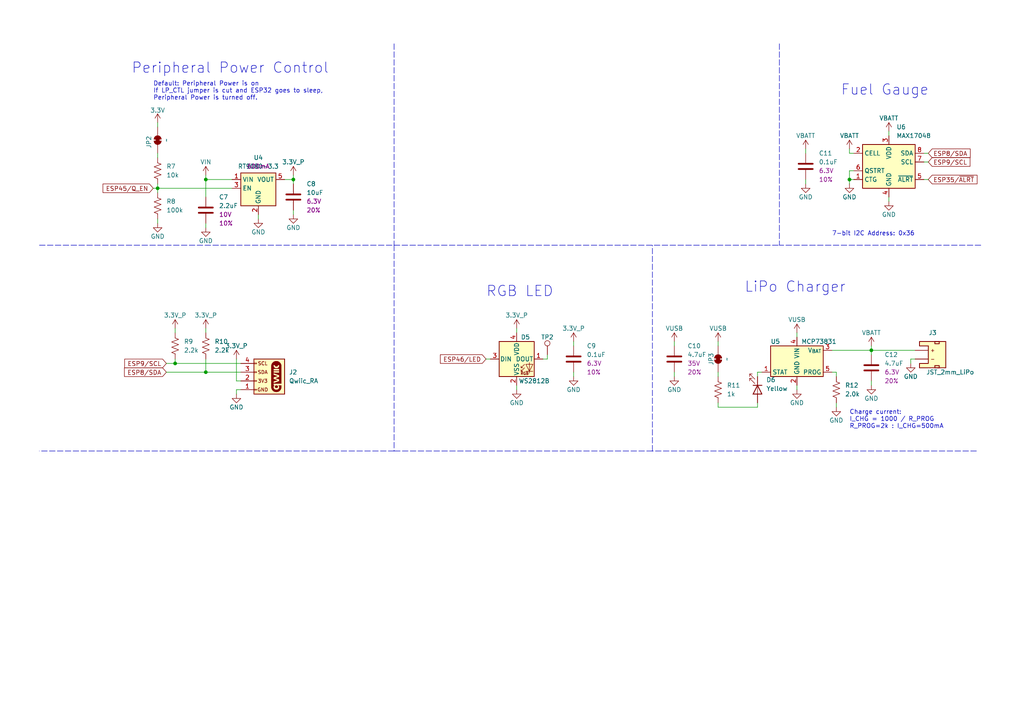
<source format=kicad_sch>
(kicad_sch (version 20250114) (generator "eeschema") (generator_version "9.0")
  (paper "A4")
  (lib_symbols
    (symbol "SparkFun-Capacitor:0.1uF_0402_6.3V_10%" (pin_numbers (hide yes)) (pin_names (offset 0.254))
      (property "Reference" "C" (at 0.635 2.54 0))
      (property "Value" "0.1uF" (at 0.635 -2.54 0))
      (property "Voltage" "6.3V" (at 0 -6.35 0))
      (property "Tolerance" "10%" (at 0 -8.89 0))
      (symbol "0.1uF_0402_6.3V_10%_0_1"
        (polyline (pts (xy -2.032 0.762) (xy 2.032 0.762)) (stroke (width 0.508)))
        (polyline (pts (xy -2.032 -0.762) (xy 2.032 -0.762)) (stroke (width 0.508)))
      )
      (symbol "0.1uF_0402_6.3V_10%_1_1"
        (pin passive line (at 0 3.81 270) (length 2.794) (name "~") (number "1"))
        (pin passive line (at 0 -3.81 90) (length 2.794) (name "~") (number "2"))
      )
    )
    (symbol "SparkFun-Capacitor:10uF_0402_6.3V_20%" (pin_numbers (hide yes)) (pin_names (offset 0.254))
      (property "Reference" "C" (at 0.635 2.54 0))
      (property "Value" "10uF" (at 0.635 -2.54 0))
      (property "Voltage" "6.3V" (at 0 -6.35 0))
      (property "Tolerance" "20%" (at 0 -8.89 0))
      (symbol "10uF_0402_6.3V_20%_0_1"
        (polyline (pts (xy -2.032 0.762) (xy 2.032 0.762)) (stroke (width 0.508)))
        (polyline (pts (xy -2.032 -0.762) (xy 2.032 -0.762)) (stroke (width 0.508)))
      )
      (symbol "10uF_0402_6.3V_20%_1_1"
        (pin passive line (at 0 3.81 270) (length 2.794) (name "~") (number "1"))
        (pin passive line (at 0 -3.81 90) (length 2.794) (name "~") (number "2"))
      )
    )
    (symbol "SparkFun-Capacitor:2.2uF_0402_10V_10%" (pin_numbers (hide yes)) (pin_names (offset 0.254))
      (property "Reference" "C" (at 0.635 2.54 0))
      (property "Value" "2.2uF" (at 0.635 -2.54 0))
      (property "Voltage" "10V" (at 0 -6.35 0))
      (property "Tolerance" "10%" (at 0 -8.89 0))
      (symbol "2.2uF_0402_10V_10%_0_1"
        (polyline (pts (xy -2.032 0.762) (xy 2.032 0.762)) (stroke (width 0.508)))
        (polyline (pts (xy -2.032 -0.762) (xy 2.032 -0.762)) (stroke (width 0.508)))
      )
      (symbol "2.2uF_0402_10V_10%_1_1"
        (pin passive line (at 0 3.81 270) (length 2.794) (name "~") (number "1"))
        (pin passive line (at 0 -3.81 90) (length 2.794) (name "~") (number "2"))
      )
    )
    (symbol "SparkFun-Capacitor:4.7uF_0402_6.3V_10%" (pin_numbers (hide yes)) (pin_names (offset 0.254))
      (property "Reference" "C" (at 0.635 2.54 0))
      (property "Value" "4.7uF" (at 0.635 -2.54 0))
      (property "Voltage" "6.3V" (at 0 -6.35 0))
      (property "Tolerance" "20%" (at 0 -8.89 0))
      (symbol "4.7uF_0402_6.3V_10%_0_1"
        (polyline (pts (xy -2.032 0.762) (xy 2.032 0.762)) (stroke (width 0.508)))
        (polyline (pts (xy -2.032 -0.762) (xy 2.032 -0.762)) (stroke (width 0.508)))
      )
      (symbol "4.7uF_0402_6.3V_10%_1_1"
        (pin passive line (at 0 3.81 270) (length 2.794) (name "~") (number "1"))
        (pin passive line (at 0 -3.81 90) (length 2.794) (name "~") (number "2"))
      )
    )
    (symbol "SparkFun-Capacitor:4.7uF_0603_35V_20%" (pin_numbers (hide yes)) (pin_names (offset 0.254))
      (property "Reference" "C" (at 0.635 2.54 0))
      (property "Value" "4.7uF" (at 0.635 -2.54 0))
      (property "Voltage" "35V" (at 0 -6.35 0))
      (property "Tolerance" "20%" (at 0 -8.89 0))
      (symbol "4.7uF_0603_35V_20%_0_1"
        (polyline (pts (xy -2.032 0.762) (xy 2.032 0.762)) (stroke (width 0.508)))
        (polyline (pts (xy -2.032 -0.762) (xy 2.032 -0.762)) (stroke (width 0.508)))
      )
      (symbol "4.7uF_0603_35V_20%_1_1"
        (pin passive line (at 0 3.81 270) (length 2.794) (name "~") (number "1"))
        (pin passive line (at 0 -3.81 90) (length 2.794) (name "~") (number "2"))
      )
    )
    (symbol "SparkFun-Connector:Conn_01x02_JST_2mm_LiPo" (pin_numbers (hide yes)) (pin_names (offset 1.016) (hide yes))
      (property "Reference" "J" (at 0 5.08 0))
      (property "Value" "JST_2mm_LiPo" (at 0 -8.89 0))
      (symbol "Conn_01x02_JST_2mm_LiPo_1_1"
        (polyline (pts (xy -1.27 1.27) (xy -3.81 1.27) (xy -3.81 2.54) (xy 3.81 2.54) (xy 3.81 -5.08) (xy -3.81 -5.08) (xy -3.81 -3.81) (xy -1.27 -3.81) (xy -1.27 1.27)) (stroke (width 0.254)) (fill (type background)))
        (rectangle (start 0.635 2.54) (end 1.905 1.905) (stroke (width 0.254)))
        (rectangle (start 0.635 -4.445) (end 1.905 -5.08) (stroke (width 0.254)))
        (text "+" (at 0 0 0) (effects (font (size 1 1))))
        (text "-" (at 0 -2.54 0) (effects (font (size 1 1))))
        (pin passive line (at -5.08 0 0) (length 3.81) (name "+") (number "2"))
        (pin passive line (at -5.08 -2.54 0) (length 3.81) (name "-") (number "1"))
        (pin no_connect line (at 1.27 -1.27 0) (length 2.54) (hide yes) (name "NC1") (number "NC1"))
        (pin no_connect line (at 1.27 -1.27 0) (length 2.54) (hide yes) (name "NC2") (number "NC2"))
      )
    )
    (symbol "SparkFun-Connector:Qwiic_Right_Angle" (pin_names (offset 1.016) (hide yes))
      (property "Reference" "J" (at 0 5.08 0))
      (property "Value" "Qwiic_RA" (at 0 -7.62 0))
      (symbol "Qwiic_Right_Angle_0_0"
        (polyline (pts (xy 5.6514 -4.1459) (xy 5.6299 -4.0654) (xy 5.5924 -3.9985) (xy 5.5373 -3.9428) (xy 5.4632 -3.8962) (xy 5.4394 -3.8843) (xy 5.402 -3.8678) (xy 5.3681 -3.8578) (xy 5.3294 -3.8521) (xy 5.2774 -3.8485) (xy 5.2184 -3.8474) (xy 5.1227 -3.8564) (xy 5.0405 -3.8803) (xy 4.9695 -3.9199) (xy 4.9078 -3.9759) (xy 4.8937 -3.9923) (xy 4.8535 -4.0549) (xy 4.8308 -4.124) (xy 4.8237 -4.2048) (xy 4.8239 -4.222) (xy 4.8343 -4.3011) (xy 4.8608 -4.3692) (xy 4.9051 -4.4308) (xy 4.9328 -4.4589) (xy 5.0009 -4.509) (xy 5.0793 -4.5424) (xy 5.1699 -4.5595) (xy 5.2745 -4.5612) (xy 5.3262 -4.5564) (xy 5.4199 -4.5347) (xy 5.4992 -4.4971) (xy 5.5638 -4.444) (xy 5.6131 -4.3757) (xy 5.6467 -4.2926) (xy 5.65 -4.2788) (xy 5.656 -4.2325) (xy 5.6563 -4.1875) (xy 5.6514 -4.1459)) (stroke (width 0.01)) (fill (type outline)))
        (polyline (pts (xy 6.6693 -0.6791) (xy 6.666 1.9332) (xy 6.6418 2.0386) (xy 6.6301 2.0866) (xy 6.5791 2.2527) (xy 6.5141 2.404) (xy 6.4337 2.5432) (xy 6.3364 2.673) (xy 6.2208 2.7959) (xy 6.1699 2.8428) (xy 6.0305 2.9527) (xy 5.8839 3.0422) (xy 5.7295 3.1115) (xy 5.5668 3.1608) (xy 5.3953 3.1902) (xy 5.2146 3.1999) (xy 5.1695 3.1994) (xy 5.0056 3.1868) (xy 4.8507 3.1568) (xy 4.7006 3.1083) (xy 4.5508 3.0404) (xy 4.5104 3.0187) (xy 4.3609 2.9237) (xy 4.2262 2.8129) (xy 4.1067 2.6872) (xy 4.0032 2.5475) (xy 3.9162 2.3947) (xy 3.8466 2.2295) (xy 3.7947 2.0528) (xy 3.7931 2.0453) (xy 3.7912 2.0356) (xy 3.7895 2.0242) (xy 3.7879 2.0106) (xy 3.7864 1.9938) (xy 3.785 1.9733) (xy 3.7837 1.9481) (xy 3.7825 1.9176) (xy 3.7815 1.8811) (xy 3.7805 1.8377) (xy 3.7796 1.7868) (xy 3.7789 1.7275) (xy 3.7781 1.6592) (xy 3.7775 1.5811) (xy 3.777 1.4925) (xy 3.7765 1.3925) (xy 3.7761 1.2805) (xy 3.7757 1.1557) (xy 3.7754 1.0174) (xy 3.7751 0.8648) (xy 3.7749 0.6972) (xy 3.7748 0.5138) (xy 3.7746 0.3139) (xy 3.7745 0.0967) (xy 3.7745 -0.1385) (xy 3.7744 -0.3925) (xy 3.7744 -0.666) (xy 3.7744 -0.9597) (xy 3.7744 -1.2744) (xy 3.7744 -4.5147) (xy 3.8041 -4.6318) (xy 3.8237 -4.7026) (xy 3.8837 -4.868) (xy 3.9606 -5.0206) (xy 4.0556 -5.1623) (xy 4.1695 -5.2947) (xy 4.2945 -5.4115) (xy 4.4355 -5.5159) (xy 4.5859 -5.6007) (xy 4.7459 -5.6661) (xy 4.916 -5.7122) (xy 5.0965 -5.7394) (xy 5.2571 -5.7442) (xy 5.4226 -5.7293) (xy 5.5891 -5.6949) (xy 5.7533 -5.6416) (xy 5.8236 -5.6121) (xy 5.9729 -5.5329) (xy 6.1112 -5.4365) (xy 6.237 -5.3244) (xy 6.3494 -5.1984) (xy 6.4469 -5.0601) (xy 6.5284 -4.9112) (xy 6.5926 -4.7532) (xy 6.6384 -4.5879) (xy 6.6645 -4.4168) (xy 6.6652 -4.405) (xy 6.6664 -4.3703) (xy 6.6676 -4.3199) (xy 6.6687 -4.2572) (xy 6.6696 -4.1859) (xy 6.6703 -4.1097) (xy 6.6721 -3.846) (xy 6.2655 -3.846) (xy 5.8589 -3.846) (xy 5.9219 -3.9104) (xy 5.9349 -3.9241) (xy 6.0001 -4.0112) (xy 6.0471 -4.1097) (xy 6.0754 -4.2189) (xy 6.085 -4.338) (xy 6.0781 -4.4509) (xy 6.0523 -4.5755) (xy 6.0066 -4.6941) (xy 5.952 -4.7864) (xy 5.8765 -4.8752) (xy 5.7858 -4.9517) (xy 5.6826 -5.0132) (xy 5.6313 -5.0372) (xy 5.5644 -5.0638) (xy 5.4981 -5.0834) (xy 5.4249 -5.0981) (xy 5.3375 -5.1098) (xy 5.2452 -5.1158) (xy 5.122 -5.1113) (xy 5.0004 -5.0938) (xy 4.8864 -5.0641) (xy 4.7856 -5.0232) (xy 4.6831 -4.9619) (xy 4.5878 -4.8817) (xy 4.5089 -4.7878) (xy 4.4472 -4.6811) (xy 4.4036 -4.5627) (xy 4.4031 -4.5611) (xy 4.3912 -4.4987) (xy 4.3845 -4.4244) (xy 4.3831 -4.3446) (xy 4.3869 -4.2661) (xy 4.3957 -4.1956) (xy 4.4094 -4.1396) (xy 4.4322 -4.082) (xy 4.485 -3.9879) (xy 4.5552 -3.9031) (xy 4.6109 -3.846) (xy 4.5052 -3.846) (xy 4.3996 -3.846) (xy 4.3996 -3.5687) (xy 4.3996 -3.2914) (xy 4.405 -3.2914) (xy 4.405 -3.2023) (xy 4.4021 -2.9296) (xy 4.4018 -2.8964) (xy 4.4015 -2.8076) (xy 4.4023 -2.7393) (xy 4.4041 -2.6908) (xy 4.407 -2.6611) (xy 4.4111 -2.6495) (xy 4.4137 -2.6484) (xy 4.434 -2.6418) (xy 4.4723 -2.6298) (xy 4.5268 -2.6132) (xy 4.5954 -2.5924) (xy 4.6761 -2.5683) (xy 4.767 -2.5412) (xy 4.866 -2.5118) (xy 4.9713 -2.4808) (xy 5.0173 -2.4672) (xy 5.119 -2.4369) (xy 5.2131 -2.4086) (xy 5.2977 -2.3828) (xy 5.3709 -2.3601) (xy 5.4307 -2.3411) (xy 5.4753 -2.3264) (xy 5.5029 -2.3166) (xy 5.5114 -2.3123) (xy 5.505 -2.3098) (xy 5.4796 -2.3016) (xy 5.4371 -2.2885) (xy 5.3794 -2.2711) (xy 5.3088 -2.2502) (xy 5.2275 -2.2264) (xy 5.1375 -2.2002) (xy 5.0411 -2.1724) (xy 4.9851 -2.1562) (xy 4.8864 -2.1278) (xy 4.7926 -2.1007) (xy 4.7062 -2.0757) (xy 4.63 -2.0536) (xy 4.5666 -2.0351) (xy 4.5187 -2.0211) (xy 4.4891 -2.0123) (xy 4.3992 -1.9852) (xy 4.4021 -1.7229) (xy 4.405 -1.4606) (xy 4.5844 -1.4084) (xy 4.6163 -1.3992) (xy 4.7739 -1.3533) (xy 4.9121 -1.3131) (xy 5.0321 -1.278) (xy 5.1352 -1.2478) (xy 5.2224 -1.2221) (xy 5.2951 -1.2004) (xy 5.3545 -1.1824) (xy 5.4018 -1.1676) (xy 5.4382 -1.1558) (xy 5.465 -1.1465) (xy 5.4834 -1.1392) (xy 5.4945 -1.1338) (xy 5.4997 -1.1296) (xy 5.5001 -1.1264) (xy 5.497 -1.1238) (xy 5.4915 -1.1214) (xy 5.4896 -1.1207) (xy 5.4687 -1.114) (xy 5.4296 -1.1019) (xy 5.3743 -1.0851) (xy 5.3049 -1.0643) (xy 5.2237 -1.04) (xy 5.1326 -1.013) (xy 5.0339 -0.9838) (xy 4.9297 -0.9531) (xy 4.3996 -0.7973) (xy 4.3996 -0.533) (xy 4.3997 -0.479) (xy 4.4004 -0.4111) (xy 4.4015 -0.3532) (xy 4.4029 -0.3082) (xy 4.4047 -0.279) (xy 4.4066 -0.2687) (xy 4.409 -0.2694) (xy 4.4284 -0.2761) (xy 4.4661 -0.2895) (xy 4.5204 -0.309) (xy 4.5899 -0.3341) (xy 4.6729 -0.3642) (xy 4.7681 -0.3988) (xy 4.8737 -0.4372) (xy 4.9883 -0.479) (xy 5.1104 -0.5236) (xy 5.2384 -0.5703) (xy 6.0632 -0.872) (xy 6.0632 -0.1926) (xy 5.2314 -0.1926) (xy 4.3996 -0.1926) (xy 4.3996 0.0793) (xy 4.3996 0.3511) (xy 5.2314 0.3511) (xy 6.0632 0.3511) (xy 6.0632 0.4598) (xy 5.2314 0.4598) (xy 4.3996 0.4598) (xy 4.3996 0.7317) (xy 4.3996 1.0035) (xy 5.2314 1.0035) (xy 5.2368 1.0035) (xy 5.2368 1.1177) (xy 5.1465 1.1192) (xy 5.0667 1.1248) (xy 4.9975 1.1357) (xy 4.9332 1.1532) (xy 4.8683 1.1784) (xy 4.7971 1.2126) (xy 4.7662 1.2298) (xy 4.6808 1.2903) (xy 4.6008 1.3651) (xy 4.5314 1.4489) (xy 4.4781 1.5363) (xy 4.4686 1.5557) (xy 4.4306 1.6462) (xy 4.4052 1.7353) (xy 4.3905 1.8304) (xy 4.385 1.9386) (xy 4.3833 2.0745) (xy 4.6089 2.0775) (xy 4.8345 2.0804) (xy 4.8348 1.9959) (xy 4.8368 1.9483) (xy 4.8488 1.8858) (xy 4.8738 1.8316) (xy 4.9144 1.7788) (xy 4.9734 1.7289) (xy 5.0458 1.6921) (xy 5.1277 1.6689) (xy 5.215 1.6593) (xy 5.3038 1.6635) (xy 5.3902 1.6815) (xy 5.4702 1.7136) (xy 5.54 1.7597) (xy 5.5733 1.7923) (xy 5.6073 1.844) (xy 5.628 1.9066) (xy 5.6372 1.9843) (xy 5.6418 2.0804) (xy 5.8607 2.0775) (xy 6.0795 2.0745) (xy 6.0811 1.9712) (xy 6.0811 1.9207) (xy 6.0739 1.8134) (xy 6.0554 1.7157) (xy 6.024 1.6204) (xy 5.9781 1.5204) (xy 5.9341 1.4457) (xy 5.8571 1.3499) (xy 5.7651 1.2695) (xy 5.6591 1.2056) (xy 5.6251 1.1892) (xy 5.5646 1.1627) (xy 5.5097 1.1435) (xy 5.4549 1.1305) (xy 5.3948 1.1226) (xy 5.3239 1.1188) (xy 5.2368 1.1177) (xy 5.2368 1.0035) (xy 6.0632 1.0035) (xy 6.0632 0.7317) (xy 6.0632 0.4598) (xy 6.0632 0.3511) (xy 6.0632 0.0793) (xy 6.0632 -0.1926) (xy 6.0632 -0.872) (xy 6.0632 -1.1439) (xy 6.0632 -1.4158) (xy 5.552 -1.5728) (xy 5.5357 -1.5778) (xy 5.4361 -1.6086) (xy 5.3436 -1.6376) (xy 5.2603 -1.6641) (xy 5.1881 -1.6874) (xy 5.129 -1.707) (xy 5.0848 -1.7222) (xy 5.0575 -1.7324) (xy 5.0491 -1.7369) (xy 5.0493 -1.737) (xy 5.0624 -1.742) (xy 5.094 -1.7527) (xy 5.1423 -1.7684) (xy 5.2051 -1.7886) (xy 5.2803 -1.8124) (xy 5.3659 -1.8394) (xy 5.46 -1.8688) (xy 5.5603 -1.9) (xy 6.0632 -2.0559) (xy 6.063 -2.3284) (xy 6.0628 -2.601) (xy 5.2339 -2.9017) (xy 4.405 -3.2023) (xy 4.405 -3.2914) (xy 5.5361 -3.2914) (xy 6.6725 -3.2914) (xy 6.6693 -0.6791)) (stroke (width 0.01)) (fill (type outline)))
      )
      (symbol "Qwiic_Right_Angle_1_1"
        (rectangle (start -1.27 3.81) (end 7.62 -6.35) (stroke (width 0.254)) (fill (type background)))
        (rectangle (start -1.27 2.667) (end -0.508 2.413) (stroke (width 0.1524)))
        (rectangle (start -1.27 0.127) (end -0.508 -0.127) (stroke (width 0.1524)))
        (rectangle (start -1.27 -2.413) (end -0.508 -2.667) (stroke (width 0.1524)))
        (rectangle (start -1.27 -4.953) (end -0.508 -5.207) (stroke (width 0.1524)))
        (text "SCL" (at 1.27 2.54 0) (effects (font (size 1 1))))
        (text "SDA" (at 1.27 0 0) (effects (font (size 1 1))))
        (text "3V3" (at 1.27 -2.54 0) (effects (font (size 1 1))))
        (text "GND" (at 1.27 -5.08 0) (effects (font (size 1 1))))
        (pin passive line (at -5.08 2.54 0) (length 3.81) (name "Pin_4") (number "4"))
        (pin passive line (at -5.08 0 0) (length 3.81) (name "Pin_3") (number "3"))
        (pin passive line (at -5.08 -2.54 0) (length 3.81) (name "Pin_2") (number "2"))
        (pin passive line (at -5.08 -5.08 0) (length 3.81) (name "Pin_1") (number "1"))
        (pin no_connect line (at 5.08 3.81 270) (length 2.54) (hide yes) (name "NC") (number "NC1"))
        (pin no_connect line (at 6.35 3.81 270) (length 2.54) (hide yes) (name "NC") (number "NC2"))
      )
    )
    (symbol "SparkFun-Connector:TestPoint_1.0mm" (pin_numbers (hide yes)) (pin_names (offset 0.762) (hide yes))
      (property "Reference" "TP" (at 0 5.08 0))
      (symbol "TestPoint_1.0mm_0_1"
        (circle (center 0 3.302) (radius 0.762))
      )
      (symbol "TestPoint_1.0mm_1_1"
        (pin passive line (at 0 0 90) (length 2.54) (name "1") (number "1"))
      )
    )
    (symbol "SparkFun-IC-Power:MAX17048"
      (property "Reference" "U" (at -6.35 7.62 0))
      (property "Value" "MAX17048" (at 2.54 7.62 0))
      (symbol "MAX17048_0_1"
        (rectangle (start -7.62 6.35) (end 7.62 -6.35) (stroke (width 0.254)) (fill (type background)))
      )
      (symbol "MAX17048_1_1"
        (pin power_in line (at -10.16 3.81 0) (length 2.54) (name "CELL") (number "2"))
        (pin input line (at -10.16 -1.27 0) (length 2.54) (name "QSTRT") (number "6"))
        (pin input line (at -10.16 -3.81 0) (length 2.54) (name "CTG") (number "1"))
        (pin power_in line (at 0 8.89 270) (length 2.54) (name "VDD") (number "3"))
        (pin power_in line (at 0 -8.89 90) (length 2.54) (name "GND") (number "4"))
        (pin power_in line (at 0 -8.89 90) (length 2.54) (hide yes) (name "GND") (number "9"))
        (pin bidirectional line (at 10.16 3.81 180) (length 2.54) (name "SDA") (number "8"))
        (pin bidirectional line (at 10.16 1.27 180) (length 2.54) (name "SCL") (number "7"))
        (pin output line (at 10.16 -3.81 180) (length 2.54) (name "~{ALRT}") (number "5"))
      )
    )
    (symbol "SparkFun-IC-Power:MCP73831"
      (property "Reference" "U" (at -7.62 6.35 0))
      (property "Value" "MCP73831" (at 1.27 6.35 0))
      (symbol "MCP73831_0_1"
        (rectangle (start -7.62 5.08) (end 7.62 -3.81) (stroke (width 0.254)) (fill (type background)))
      )
      (symbol "MCP73831_1_1"
        (pin output line (at -10.16 -2.54 0) (length 2.54) (name "STAT") (number "1"))
        (pin power_in line (at 0 7.62 270) (length 2.54) (name "VIN") (number "4"))
        (pin power_in line (at 0 -6.35 90) (length 2.54) (name "GND") (number "2"))
        (pin power_out line (at 10.16 3.81 180) (length 2.54) (name "V_{BAT}") (number "3"))
        (pin input line (at 10.16 -2.54 180) (length 2.54) (name "PROG") (number "5"))
      )
    )
    (symbol "SparkFun-Jumper:SolderJumper_2_Bridged" (pin_numbers (hide yes)) (pin_names (offset 0) (hide yes))
      (property "Reference" "JP" (at 0 2.032 0))
      (property "Value" "~" (at 0 -2.54 0))
      (symbol "SolderJumper_2_Bridged_0_1"
        (rectangle (start -0.508 0.508) (end 0.508 -0.508) (fill (type outline)))
        (polyline (pts (xy -0.254 1.016) (xy -0.254 -1.016)))
        (arc (start -0.254 -1.016) (mid -1.2656 0) (end -0.254 1.016))
        (arc (start -0.254 -1.016) (mid -1.2656 0) (end -0.254 1.016) (fill (type outline)))
        (arc (start 0.254 1.016) (mid 1.2656 0) (end 0.254 -1.016))
        (arc (start 0.254 1.016) (mid 1.2656 0) (end 0.254 -1.016) (fill (type outline)))
        (polyline (pts (xy 0.254 1.016) (xy 0.254 -1.016)))
      )
      (symbol "SolderJumper_2_Bridged_1_1"
        (pin passive line (at -3.81 0 0) (length 2.54) (name "A") (number "1"))
        (pin passive line (at 3.81 0 180) (length 2.54) (name "B") (number "2"))
      )
    )
    (symbol "SparkFun-LED:LED_Yellow_0603" (pin_numbers (hide yes)) (pin_names (offset 1.016) (hide yes))
      (property "Reference" "D" (at 0 2.54 0))
      (property "Value" "Yellow" (at 0 -2.54 0))
      (symbol "LED_Yellow_0603_0_1"
        (polyline (pts (xy -3.048 -0.762) (xy -4.572 -2.286) (xy -3.81 -2.286) (xy -4.572 -2.286) (xy -4.572 -1.524)))
        (polyline (pts (xy -1.778 -0.762) (xy -3.302 -2.286) (xy -2.54 -2.286) (xy -3.302 -2.286) (xy -3.302 -1.524)))
        (polyline (pts (xy -1.27 0) (xy 1.27 0)))
        (polyline (pts (xy -1.27 -1.27) (xy -1.27 1.27)) (stroke (width 0.254)))
        (polyline (pts (xy 1.27 -1.27) (xy 1.27 1.27) (xy -1.27 0) (xy 1.27 -1.27)) (stroke (width 0.254)))
      )
      (symbol "LED_Yellow_0603_1_1"
        (pin passive line (at -3.81 0 0) (length 2.54) (name "K") (number "1"))
        (pin passive line (at 3.81 0 180) (length 2.54) (name "A") (number "2"))
      )
    )
    (symbol "SparkFun-LED:WS2812B_2020" (pin_names (offset 0.254))
      (property "Reference" "D" (at -5.08 6.35 0))
      (property "Value" "WS2812B" (at 5.08 -6.35 0))
      (symbol "WS2812B_2020_0_0"
        (text "RGB" (at 2.286 -4.191 0) (effects (font (size 0.762 0.762))))
      )
      (symbol "WS2812B_2020_0_1"
        (polyline (pts (xy 1.27 -2.54) (xy 1.778 -2.54)))
        (polyline (pts (xy 1.27 -3.556) (xy 1.778 -3.556)))
        (polyline (pts (xy 2.286 -1.524) (xy 1.27 -2.54) (xy 1.27 -2.032)))
        (polyline (pts (xy 2.286 -2.54) (xy 1.27 -3.556) (xy 1.27 -3.048)))
        (polyline (pts (xy 3.683 -1.016) (xy 3.683 -3.556) (xy 3.683 -4.064)))
        (polyline (pts (xy 4.699 -1.524) (xy 2.667 -1.524) (xy 3.683 -3.556) (xy 4.699 -1.524)))
        (polyline (pts (xy 4.699 -3.556) (xy 2.667 -3.556)))
        (rectangle (start 5.08 5.08) (end -5.08 -5.08) (stroke (width 0.254)) (fill (type background)))
      )
      (symbol "WS2812B_2020_1_1"
        (pin input line (at -7.62 0 0) (length 2.54) (name "DIN") (number "3"))
        (pin power_in line (at 0 7.62 270) (length 2.54) (name "VDD") (number "4"))
        (pin power_in line (at 0 -7.62 90) (length 2.54) (name "VSS") (number "2"))
        (pin output line (at 7.62 0 180) (length 2.54) (name "DOUT") (number "1"))
      )
    )
    (symbol "SparkFun-PowerSymbol:3.3V" (power) (pin_names (offset 0))
      (property "Value" "3.3V" (at 0 3.81 0))
      (symbol "3.3V_0_1"
        (polyline (pts (xy -0.762 1.27) (xy 0 2.54)))
        (polyline (pts (xy 0 2.54) (xy 0.762 1.27)))
        (polyline (pts (xy 0 0) (xy 0 2.54)))
      )
      (symbol "3.3V_1_1"
        (pin power_in line (at 0 0 90) (length 0) (hide yes) (name "3.3V") (number "1"))
      )
    )
    (symbol "SparkFun-PowerSymbol:3.3V_P" (power) (pin_names (offset 0))
      (property "Value" "3.3V_P" (at 0 3.81 0))
      (symbol "3.3V_P_0_1"
        (polyline (pts (xy 0 2.54) (xy 0.762 1.27)))
        (polyline (pts (xy 0 0) (xy 0 2.54)))
      )
      (symbol "3.3V_P_1_1"
        (polyline (pts (xy -0.762 1.27) (xy 0 2.54)))
        (pin power_in line (at 0 0 90) (length 0) (hide yes) (name "3.3V_P") (number "1"))
      )
    )
    (symbol "SparkFun-PowerSymbol:GND" (power) (pin_names (offset 0))
      (property "Value" "GND" (at 0 -3.81 0))
      (symbol "GND_0_1"
        (polyline (pts (xy 0 0) (xy 0 -1.27) (xy 1.27 -1.27) (xy 0 -2.54) (xy -1.27 -1.27) (xy 0 -1.27)))
      )
      (symbol "GND_1_1"
        (pin power_in line (at 0 0 270) (length 0) (hide yes) (name "GND") (number "1"))
      )
    )
    (symbol "SparkFun-PowerSymbol:VBATT" (power) (pin_names (offset 0))
      (property "Value" "VBATT" (at 0 3.81 0))
      (symbol "VBATT_0_1"
        (polyline (pts (xy -0.762 1.27) (xy 0 2.54)))
        (polyline (pts (xy 0 2.54) (xy 0.762 1.27)))
        (polyline (pts (xy 0 0) (xy 0 2.54)))
      )
      (symbol "VBATT_1_1"
        (pin power_in line (at 0 0 90) (length 0) (hide yes) (name "VBATT") (number "1"))
      )
    )
    (symbol "SparkFun-PowerSymbol:VIN" (power) (pin_names (offset 0))
      (property "Value" "VIN" (at 0 3.81 0))
      (symbol "VIN_0_1"
        (polyline (pts (xy -0.762 1.27) (xy 0 2.54)))
        (polyline (pts (xy 0 2.54) (xy 0.762 1.27)))
        (polyline (pts (xy 0 0) (xy 0 2.54)))
      )
      (symbol "VIN_1_1"
        (pin power_in line (at 0 0 90) (length 0) (hide yes) (name "VIN") (number "1"))
      )
    )
    (symbol "SparkFun-PowerSymbol:VUSB" (power) (pin_names (offset 0))
      (property "Value" "VUSB" (at 0 3.81 0))
      (symbol "VUSB_0_1"
        (polyline (pts (xy -0.762 1.27) (xy 0 2.54)))
        (polyline (pts (xy 0 2.54) (xy 0.762 1.27)))
        (polyline (pts (xy 0 0) (xy 0 2.54)))
      )
      (symbol "VUSB_1_1"
        (pin power_in line (at 0 0 90) (length 0) (hide yes) (name "VUSB") (number "1"))
      )
    )
    (symbol "SparkFun-Regulator:RT9080-3.3"
      (property "Reference" "U3" (at 0 13.97 0))
      (property "Value" "RT9080-3.3" (at 0 11.43 0))
      (property "VMax" "5.5V" (at 0 8.89 0) (show_name))
      (property "IMax" "600mA" (at 0 6.35 0) (show_name))
      (symbol "RT9080-3.3_1_1"
        (rectangle (start -5.08 4.445) (end 5.08 -5.08) (stroke (width 0.254)) (fill (type background)))
        (pin power_in line (at -7.62 2.54 0) (length 2.54) (name "VIN") (number "1"))
        (pin input line (at -7.62 0 0) (length 2.54) (name "EN") (number "3"))
        (pin power_in line (at 0 -7.62 90) (length 2.54) (name "GND") (number "2"))
        (pin no_connect line (at 5.08 0 180) (length 2.54) (hide yes) (name "NC") (number "4"))
        (pin power_out line (at 7.62 2.54 180) (length 2.54) (name "VOUT") (number "5"))
      )
    )
    (symbol "SparkFun-Resistor:100k_0402" (pin_numbers (hide yes)) (pin_names (offset 0))
      (property "Reference" "R" (at 0 -2.54 0))
      (property "Value" "100k" (at 0 2.54 0))
      (symbol "100k_0402_0_1"
        (polyline (pts (xy -2.286 0) (xy -2.54 0)))
        (polyline (pts (xy -0.762 0) (xy -1.143 -1.016) (xy -1.524 0) (xy -1.905 1.016) (xy -2.286 0)))
        (polyline (pts (xy 0.762 0) (xy 0.381 -1.016) (xy 0 0) (xy -0.381 1.016) (xy -0.762 0)))
        (polyline (pts (xy 2.286 0) (xy 2.54 0)))
        (polyline (pts (xy 2.286 0) (xy 1.905 -1.016) (xy 1.524 0) (xy 1.143 1.016) (xy 0.762 0)))
      )
      (symbol "100k_0402_1_1"
        (pin passive line (at -3.81 0 0) (length 1.27) (name "~") (number "2"))
        (pin passive line (at 3.81 0 180) (length 1.27) (name "~") (number "1"))
      )
    )
    (symbol "SparkFun-Resistor:10k_0402" (pin_numbers (hide yes)) (pin_names (offset 0))
      (property "Reference" "R" (at 0 -2.54 0))
      (property "Value" "10k" (at 0 2.54 0))
      (symbol "10k_0402_0_1"
        (polyline (pts (xy -2.286 0) (xy -2.54 0)))
        (polyline (pts (xy -0.762 0) (xy -1.143 -1.016) (xy -1.524 0) (xy -1.905 1.016) (xy -2.286 0)))
        (polyline (pts (xy 0.762 0) (xy 0.381 -1.016) (xy 0 0) (xy -0.381 1.016) (xy -0.762 0)))
        (polyline (pts (xy 2.286 0) (xy 2.54 0)))
        (polyline (pts (xy 2.286 0) (xy 1.905 -1.016) (xy 1.524 0) (xy 1.143 1.016) (xy 0.762 0)))
      )
      (symbol "10k_0402_1_1"
        (pin passive line (at -3.81 0 0) (length 1.27) (name "~") (number "2"))
        (pin passive line (at 3.81 0 180) (length 1.27) (name "~") (number "1"))
      )
    )
    (symbol "SparkFun-Resistor:1k_0402" (pin_numbers (hide yes)) (pin_names (offset 0))
      (property "Reference" "R" (at 0 -2.54 0))
      (property "Value" "1k" (at 0 2.54 0))
      (symbol "1k_0402_0_1"
        (polyline (pts (xy -2.286 0) (xy -2.54 0)))
        (polyline (pts (xy -0.762 0) (xy -1.143 -1.016) (xy -1.524 0) (xy -1.905 1.016) (xy -2.286 0)))
        (polyline (pts (xy 0.762 0) (xy 0.381 -1.016) (xy 0 0) (xy -0.381 1.016) (xy -0.762 0)))
        (polyline (pts (xy 2.286 0) (xy 2.54 0)))
        (polyline (pts (xy 2.286 0) (xy 1.905 -1.016) (xy 1.524 0) (xy 1.143 1.016) (xy 0.762 0)))
      )
      (symbol "1k_0402_1_1"
        (pin passive line (at -3.81 0 0) (length 1.27) (name "~") (number "2"))
        (pin passive line (at 3.81 0 180) (length 1.27) (name "~") (number "1"))
      )
    )
    (symbol "SparkFun-Resistor:2.0k_0402" (pin_numbers (hide yes)) (pin_names (offset 0))
      (property "Reference" "R" (at 0 -2.54 0))
      (property "Value" "2.0k" (at 0 2.54 0))
      (symbol "2.0k_0402_0_1"
        (polyline (pts (xy -2.286 0) (xy -2.54 0)))
        (polyline (pts (xy -0.762 0) (xy -1.143 -1.016) (xy -1.524 0) (xy -1.905 1.016) (xy -2.286 0)))
        (polyline (pts (xy 0.762 0) (xy 0.381 -1.016) (xy 0 0) (xy -0.381 1.016) (xy -0.762 0)))
        (polyline (pts (xy 2.286 0) (xy 2.54 0)))
        (polyline (pts (xy 2.286 0) (xy 1.905 -1.016) (xy 1.524 0) (xy 1.143 1.016) (xy 0.762 0)))
      )
      (symbol "2.0k_0402_1_1"
        (pin passive line (at -3.81 0 0) (length 1.27) (name "~") (number "2"))
        (pin passive line (at 3.81 0 180) (length 1.27) (name "~") (number "1"))
      )
    )
    (symbol "SparkFun-Resistor:2.2k_0402" (pin_numbers (hide yes)) (pin_names (offset 0))
      (property "Reference" "R" (at 0 -2.54 0))
      (property "Value" "2.2k" (at 0 2.54 0))
      (symbol "2.2k_0402_0_1"
        (polyline (pts (xy -2.286 0) (xy -2.54 0)))
        (polyline (pts (xy -0.762 0) (xy -1.143 -1.016) (xy -1.524 0) (xy -1.905 1.016) (xy -2.286 0)))
        (polyline (pts (xy 0.762 0) (xy 0.381 -1.016) (xy 0 0) (xy -0.381 1.016) (xy -0.762 0)))
        (polyline (pts (xy 2.286 0) (xy 2.54 0)))
        (polyline (pts (xy 2.286 0) (xy 1.905 -1.016) (xy 1.524 0) (xy 1.143 1.016) (xy 0.762 0)))
      )
      (symbol "2.2k_0402_1_1"
        (pin passive line (at -3.81 0 0) (length 1.27) (name "~") (number "2"))
        (pin passive line (at 3.81 0 180) (length 1.27) (name "~") (number "1"))
      )
    )
  )
  (text "Charge current:\nI_CHG = 1000 / R_PROG\nR_PROG=2k : I_CHG=500mA" (at 246.38 124.46 0) (effects (font (size 1.27 1.27)) (justify left bottom)))
  (text "RGB LED" (at 140.97 86.36 0) (effects (font (size 3 3)) (justify left bottom)))
  (text "Peripheral Power Control" (at 38.1 21.59 0) (effects (font (size 3 3)) (justify left bottom)))
  (text "Fuel Gauge" (at 243.84 27.94 0) (effects (font (size 3 3)) (justify left bottom)))
  (text "LiPo Charger" (at 215.9 85.09 0) (effects (font (size 3 3)) (justify left bottom)))
  (text "Default: Peripheral Power is on\nIf LP_CTL jumper is cut and ESP32 goes to sleep, \nPeripheral Power is turned off." (at 44.45 29.21 0) (effects (font (size 1.27 1.27)) (justify left bottom)))
  (text "7-bit I2C Address: 0x36" (at 241.3 68.58 0) (effects (font (size 1.27 1.27)) (justify left bottom)))
  (junction (at 252.73 101.6))
  (junction (at 45.72 54.61))
  (junction (at 50.8 105.41))
  (junction (at 246.38 52.07))
  (junction (at 59.69 107.95))
  (junction (at 85.09 52.07))
  (junction (at 59.69 52.07))
  (wire (pts (xy 149.86 111.76) (xy 149.86 113.03)))
  (wire (pts (xy 44.45 54.61) (xy 45.72 54.61)))
  (wire (pts (xy 241.3 101.6) (xy 252.73 101.6)))
  (polyline (pts (xy 114.3 71.12) (xy 114.3 130.81)) (stroke (width 0) (type dash)))
  (wire (pts (xy 68.58 104.14) (xy 68.58 110.49)))
  (wire (pts (xy 85.09 60.96) (xy 85.09 62.23)))
  (wire (pts (xy 257.81 38.1) (xy 257.81 39.37)))
  (wire (pts (xy 208.28 118.11) (xy 208.28 116.84)))
  (polyline (pts (xy 189.23 130.81) (xy 114.3 130.81)) (stroke (width 0) (type dash)))
  (wire (pts (xy 220.98 107.95) (xy 219.71 107.95)))
  (wire (pts (xy 48.26 107.95) (xy 59.69 107.95)))
  (wire (pts (xy 45.72 44.45) (xy 45.72 45.72)))
  (wire (pts (xy 195.58 109.22) (xy 195.58 107.95)))
  (wire (pts (xy 69.85 113.03) (xy 68.58 113.03)))
  (wire (pts (xy 246.38 52.07) (xy 246.38 53.34)))
  (wire (pts (xy 45.72 64.77) (xy 45.72 63.5)))
  (wire (pts (xy 85.09 50.8) (xy 85.09 52.07)))
  (wire (pts (xy 45.72 54.61) (xy 67.31 54.61)))
  (wire (pts (xy 242.57 118.11) (xy 242.57 116.84)))
  (wire (pts (xy 59.69 107.95) (xy 69.85 107.95)))
  (wire (pts (xy 50.8 104.14) (xy 50.8 105.41)))
  (polyline (pts (xy 114.3 12.7) (xy 114.3 71.12)) (stroke (width 0) (type dash)))
  (wire (pts (xy 157.48 104.14) (xy 158.75 104.14)))
  (polyline (pts (xy 284.48 71.12) (xy 226.06 71.12)) (stroke (width 0) (type dash)))
  (wire (pts (xy 257.81 58.42) (xy 257.81 57.15)))
  (wire (pts (xy 247.65 44.45) (xy 246.38 44.45)))
  (wire (pts (xy 233.68 43.18) (xy 233.68 44.45)))
  (wire (pts (xy 231.14 113.03) (xy 231.14 111.76)))
  (wire (pts (xy 45.72 53.34) (xy 45.72 54.61)))
  (wire (pts (xy 247.65 49.53) (xy 246.38 49.53)))
  (wire (pts (xy 231.14 96.52) (xy 231.14 97.79)))
  (polyline (pts (xy 114.3 130.81) (xy 11.43 130.81)) (stroke (width 0) (type dash)))
  (wire (pts (xy 233.68 53.34) (xy 233.68 52.07)))
  (wire (pts (xy 45.72 36.83) (xy 45.72 35.56)))
  (wire (pts (xy 241.3 107.95) (xy 242.57 107.95)))
  (wire (pts (xy 219.71 118.11) (xy 208.28 118.11)))
  (polyline (pts (xy 11.43 71.12) (xy 226.06 71.12)) (stroke (width 0) (type dash)))
  (wire (pts (xy 166.37 109.22) (xy 166.37 107.95)))
  (wire (pts (xy 59.69 104.14) (xy 59.69 107.95)))
  (wire (pts (xy 246.38 52.07) (xy 247.65 52.07)))
  (wire (pts (xy 68.58 113.03) (xy 68.58 114.3)))
  (wire (pts (xy 59.69 95.25) (xy 59.69 96.52)))
  (wire (pts (xy 45.72 54.61) (xy 45.72 55.88)))
  (wire (pts (xy 208.28 99.06) (xy 208.28 100.33)))
  (wire (pts (xy 158.75 102.87) (xy 158.75 104.14)))
  (wire (pts (xy 208.28 107.95) (xy 208.28 109.22)))
  (polyline (pts (xy 189.23 130.81) (xy 189.23 71.12)) (stroke (width 0) (type dash)))
  (wire (pts (xy 74.93 62.23) (xy 74.93 63.5)))
  (wire (pts (xy 50.8 95.25) (xy 50.8 96.52)))
  (wire (pts (xy 195.58 99.06) (xy 195.58 100.33)))
  (wire (pts (xy 59.69 50.8) (xy 59.69 52.07)))
  (polyline (pts (xy 226.06 12.7) (xy 226.06 71.12)) (stroke (width 0) (type dash)))
  (wire (pts (xy 246.38 49.53) (xy 246.38 52.07)))
  (wire (pts (xy 85.09 52.07) (xy 85.09 53.34)))
  (wire (pts (xy 166.37 99.06) (xy 166.37 100.33)))
  (wire (pts (xy 267.97 52.07) (xy 269.24 52.07)))
  (wire (pts (xy 219.71 116.84) (xy 219.71 118.11)))
  (wire (pts (xy 48.26 105.41) (xy 50.8 105.41)))
  (wire (pts (xy 252.73 100.33) (xy 252.73 101.6)))
  (wire (pts (xy 264.16 105.41) (xy 264.16 104.14)))
  (polyline (pts (xy 283.21 130.81) (xy 189.23 130.81)) (stroke (width 0) (type dash)))
  (wire (pts (xy 50.8 105.41) (xy 69.85 105.41)))
  (wire (pts (xy 59.69 52.07) (xy 59.69 57.15)))
  (wire (pts (xy 242.57 109.22) (xy 242.57 107.95)))
  (wire (pts (xy 252.73 111.76) (xy 252.73 110.49)))
  (wire (pts (xy 82.55 52.07) (xy 85.09 52.07)))
  (wire (pts (xy 140.97 104.14) (xy 142.24 104.14)))
  (wire (pts (xy 59.69 66.04) (xy 59.69 64.77)))
  (wire (pts (xy 219.71 107.95) (xy 219.71 109.22)))
  (wire (pts (xy 246.38 43.18) (xy 246.38 44.45)))
  (wire (pts (xy 149.86 95.25) (xy 149.86 96.52)))
  (wire (pts (xy 267.97 44.45) (xy 269.24 44.45)))
  (wire (pts (xy 252.73 101.6) (xy 252.73 102.87)))
  (wire (pts (xy 252.73 101.6) (xy 265.43 101.6)))
  (wire (pts (xy 264.16 104.14) (xy 265.43 104.14)))
  (wire (pts (xy 68.58 110.49) (xy 69.85 110.49)))
  (wire (pts (xy 267.97 46.99) (xy 269.24 46.99)))
  (wire (pts (xy 59.69 52.07) (xy 67.31 52.07)))
  (global_label "ESP45{slash}Q_EN" (shape input) (at 44.45 54.61 180) (property "Intersheetrefs" "${INTERSHEET_REFS}" (effects (hide yes))))
  (global_label "ESP46{slash}LED" (shape input) (at 140.97 104.14 180) (property "Intersheetrefs" "${INTERSHEET_REFS}" (effects (hide yes))))
  (global_label "ESP9{slash}SCL" (shape input) (at 269.24 46.99 0) (property "Intersheetrefs" "${INTERSHEET_REFS}" (effects (hide yes))))
  (global_label "ESP8{slash}SDA" (shape input) (at 269.24 44.45 0) (property "Intersheetrefs" "${INTERSHEET_REFS}" (effects (hide yes))))
  (global_label "ESP9{slash}SCL" (shape input) (at 48.26 105.41 180) (property "Intersheetrefs" "${INTERSHEET_REFS}" (effects (hide yes))))
  (global_label "ESP35{slash}~{ALRT}" (shape input) (at 269.2361 52.07 0) (property "Intersheetrefs" "${INTERSHEET_REFS}" (effects (hide yes))))
  (global_label "ESP8{slash}SDA" (shape input) (at 48.26 107.95 180) (property "Intersheetrefs" "${INTERSHEET_REFS}" (effects (hide yes))))
  (symbol (lib_id "SparkFun-Capacitor:0.1uF_0402_6.3V_10%") (at 166.37 104.14 0) (unit 1)
    (property "Reference" "C9" (at 170.18 100.33 0) (effects (justify left)))
    (property "Value" "0.1uF" (at 170.18 102.87 0) (effects (justify left)))
    (property "Footprint" "SparkFun-Capacitor:C_0402_1005Metric" (effects (hide yes)))
    (property "Datasheet" "https://cdn.sparkfun.com/assets/8/a/4/a/5/Kemet_Capacitor_Datasheet.pdf" (effects (hide yes)))
    (property "Description" "Unpolarized capacitor" (effects (hide yes)))
    (property "PROD_ID" "CAP-14993" (effects (hide yes)))
    (property "Voltage" "6.3V" (at 170.18 105.41 0) (effects (justify left)))
    (property "Tolerance" "10%" (at 170.18 107.95 0) (effects (justify left)))
  )
  (symbol (lib_id "SparkFun-PowerSymbol:VUSB") (at 195.58 99.06 0) (unit 1)
    (property "Reference" "#PWR046" (effects (hide yes)))
    (property "Value" "VUSB" (at 195.58 95.25 0))
    (property "Description" "Power symbol creates a global label with name \"VUSB\"" (effects (hide yes)))
  )
  (symbol (lib_id "SparkFun-PowerSymbol:GND") (at 59.69 66.04 0) (unit 1)
    (property "Reference" "#PWR035" (effects (hide yes)))
    (property "Value" "GND" (at 59.69 69.85 0))
    (property "Description" "Power symbol creates a global label with name \"GND\" , ground" (effects (hide yes)))
  )
  (symbol (lib_id "SparkFun-PowerSymbol:GND") (at 68.58 114.3 0) (unit 1)
    (property "Reference" "#PWR038" (effects (hide yes)))
    (property "Value" "GND" (at 68.58 118.11 0))
    (property "Description" "Power symbol creates a global label with name \"GND\" , ground" (effects (hide yes)))
  )
  (symbol (lib_id "SparkFun-Jumper:SolderJumper_2_Bridged") (at 45.72 40.64 90) (unit 1)
    (property "Reference" "JP2" (at 43.18 39.37 0) (effects (justify right)))
    (property "Value" "~" (at 48.26 40.64 0))
    (property "Footprint" "SparkFun-Jumper:Jumper_2_NC_Trace" (effects (hide yes)))
    (property "Description" "Solder Jumper, 2-pole, closed/bridged" (effects (hide yes)))
  )
  (symbol (lib_id "SparkFun-Resistor:2.2k_0402") (at 59.69 100.33 90) (unit 1)
    (property "Reference" "R10" (at 62.23 99.06 90) (effects (justify right)))
    (property "Value" "2.2k" (at 62.23 101.6 90) (effects (justify right)))
    (property "Footprint" "SparkFun-Resistor:R_0402_1005Metric" (effects (hide yes)))
    (property "Datasheet" "https://www.vishay.com/docs/20035/dcrcwe3.pdf" (effects (hide yes)))
    (property "Description" "Resistor" (effects (hide yes)))
    (property "PROD_ID" "RES-14341" (effects (hide yes)))
  )
  (symbol (lib_id "SparkFun-Capacitor:4.7uF_0402_6.3V_10%") (at 252.73 106.68 0) (unit 1)
    (property "Reference" "C12" (at 256.54 102.87 0) (effects (justify left)))
    (property "Value" "4.7uF" (at 256.54 105.41 0) (effects (justify left)))
    (property "Footprint" "SparkFun-Capacitor:C_0402_1005Metric" (effects (hide yes)))
    (property "Datasheet" "https://cdn.sparkfun.com/assets/8/a/4/a/5/Kemet_Capacitor_Datasheet.pdf" (effects (hide yes)))
    (property "Description" "Unpolarized capacitor" (effects (hide yes)))
    (property "PROD_ID" "CAP-14240" (effects (hide yes)))
    (property "Voltage" "6.3V" (at 256.54 107.95 0) (effects (justify left)))
    (property "Tolerance" "20%" (at 256.54 110.49 0) (effects (justify left)))
  )
  (symbol (lib_id "SparkFun-Capacitor:4.7uF_0603_35V_20%") (at 195.58 104.14 0) (unit 1)
    (property "Reference" "C10" (at 199.39 100.33 0) (effects (justify left)))
    (property "Value" "4.7uF" (at 199.39 102.87 0) (effects (justify left)))
    (property "Footprint" "SparkFun-Capacitor:C_0603_1608Metric" (effects (hide yes)))
    (property "Datasheet" "https://cdn.sparkfun.com/assets/8/a/4/a/5/Kemet_Capacitor_Datasheet.pdf" (effects (hide yes)))
    (property "Description" "Unpolarized capacitor" (effects (hide yes)))
    (property "PROD_ID" "CAP-14106" (effects (hide yes)))
    (property "Voltage" "35V" (at 199.39 105.41 0) (effects (justify left)))
    (property "Tolerance" "20%" (at 199.39 107.95 0) (effects (justify left)))
  )
  (symbol (lib_id "SparkFun-PowerSymbol:GND") (at 233.68 53.34 0) (unit 1)
    (property "Reference" "#PWR052" (effects (hide yes)))
    (property "Value" "GND" (at 233.68 57.15 0))
    (property "Description" "Power symbol creates a global label with name \"GND\" , ground" (effects (hide yes)))
  )
  (symbol (lib_id "SparkFun-Connector:TestPoint_1.0mm") (at 158.75 102.87 0) (unit 1)
    (property "Reference" "TP2" (at 158.75 97.79 0))
    (property "Value" "1.0mm" (effects (hide yes)))
    (property "Footprint" "SparkFun-Connector:TestPoint-1.0mm" (effects (hide yes)))
    (property "Description" "Test Point" (effects (hide yes)))
  )
  (symbol (lib_id "SparkFun-Resistor:1k_0402") (at 208.28 113.03 270) (unit 1)
    (property "Reference" "R11" (at 210.82 111.76 90) (effects (justify left)))
    (property "Value" "1k" (at 210.82 114.3 90) (effects (justify left)))
    (property "Footprint" "SparkFun-Resistor:R_0402_1005Metric" (effects (hide yes)))
    (property "Datasheet" "https://www.vishay.com/docs/20035/dcrcwe3.pdf" (effects (hide yes)))
    (property "Description" "Resistor" (effects (hide yes)))
    (property "PROD_ID" "RES-14342" (effects (hide yes)))
  )
  (symbol (lib_id "SparkFun-Resistor:10k_0402") (at 45.72 49.53 90) (unit 1)
    (property "Reference" "R7" (at 48.26 48.26 90) (effects (justify right)))
    (property "Value" "10k" (at 48.26 50.8 90) (effects (justify right)))
    (property "Footprint" "SparkFun-Resistor:R_0402_1005Metric" (effects (hide yes)))
    (property "Datasheet" "https://www.vishay.com/docs/20035/dcrcwe3.pdf" (effects (hide yes)))
    (property "Description" "Resistor" (effects (hide yes)))
    (property "PROD_ID" "RES-14241" (effects (hide yes)))
  )
  (symbol (lib_id "SparkFun-Capacitor:10uF_0402_6.3V_20%") (at 85.09 57.15 0) (unit 1)
    (property "Reference" "C8" (at 88.9 53.34 0) (effects (justify left)))
    (property "Value" "10uF" (at 88.9 55.88 0) (effects (justify left)))
    (property "Footprint" "SparkFun-Capacitor:C_0402_1005Metric" (effects (hide yes)))
    (property "Datasheet" "https://cdn.sparkfun.com/assets/8/a/4/a/5/Kemet_Capacitor_Datasheet.pdf" (effects (hide yes)))
    (property "Description" "Unpolarized capacitor" (effects (hide yes)))
    (property "PROD_ID" "CAP-14848" (effects (hide yes)))
    (property "Voltage" "6.3V" (at 88.9 58.42 0) (effects (justify left)))
    (property "Tolerance" "20%" (at 88.9 60.96 0) (effects (justify left)))
  )
  (symbol (lib_id "SparkFun-Resistor:100k_0402") (at 45.72 59.69 90) (unit 1)
    (property "Reference" "R8" (at 48.26 58.42 90) (effects (justify right)))
    (property "Value" "100k" (at 48.26 60.96 90) (effects (justify right)))
    (property "Footprint" "SparkFun-Resistor:R_0402_1005Metric" (effects (hide yes)))
    (property "Datasheet" "https://www.vishay.com/docs/20035/dcrcwe3.pdf" (effects (hide yes)))
    (property "Description" "Resistor" (effects (hide yes)))
    (property "PROD_ID" "RES-13495" (effects (hide yes)))
  )
  (symbol (lib_id "SparkFun-LED:WS2812B_2020") (at 149.86 104.14 0) (unit 1)
    (property "Reference" "D5" (at 152.4 97.79 0))
    (property "Value" "WS2812B" (at 154.94 110.49 0))
    (property "Footprint" "SparkFun-LED:WS2812_2020" (effects (hide yes)))
    (property "Datasheet" "https://cdn.sparkfun.com/assets/e/1/0/f/b/WS2812C-2020_V1.2_EN_19112716191654.pdf" (effects (hide yes)))
    (property "Description" "RGB LED with integrated controller" (effects (hide yes)))
    (property "PROD_ID" "DIO-15591" (effects (hide yes)))
  )
  (symbol (lib_id "SparkFun-PowerSymbol:GND") (at 264.16 105.41 0) (unit 1)
    (property "Reference" "#PWR060" (effects (hide yes)))
    (property "Value" "GND" (at 264.16 109.22 0))
    (property "Description" "Power symbol creates a global label with name \"GND\" , ground" (effects (hide yes)))
  )
  (symbol (lib_id "SparkFun-PowerSymbol:GND") (at 85.09 62.23 0) (unit 1)
    (property "Reference" "#PWR041" (effects (hide yes)))
    (property "Value" "GND" (at 85.09 66.04 0))
    (property "Description" "Power symbol creates a global label with name \"GND\" , ground" (effects (hide yes)))
  )
  (symbol (lib_id "SparkFun-PowerSymbol:GND") (at 252.73 111.76 0) (unit 1)
    (property "Reference" "#PWR057" (effects (hide yes)))
    (property "Value" "GND" (at 252.73 115.57 0))
    (property "Description" "Power symbol creates a global label with name \"GND\" , ground" (effects (hide yes)))
  )
  (symbol (lib_id "SparkFun-PowerSymbol:GND") (at 242.57 118.11 0) (unit 1)
    (property "Reference" "#PWR053" (effects (hide yes)))
    (property "Value" "GND" (at 242.57 121.92 0))
    (property "Description" "Power symbol creates a global label with name \"GND\" , ground" (effects (hide yes)))
  )
  (symbol (lib_id "SparkFun-IC-Power:MAX17048") (at 257.81 48.26 0) (unit 1)
    (property "Reference" "U6" (at 260.0041 36.83 0) (effects (justify left)))
    (property "Value" "MAX17048" (at 260.0041 39.37 0) (effects (justify left)))
    (property "Footprint" "SparkFun-Semiconductor-Standard:DFN-8" (effects (hide yes)))
    (property "Datasheet" "https://www.analog.com/media/en/technical-documentation/data-sheets/MAX17048-MAX17049.pdf" (effects (hide yes)))
    (property "Description" "Fuela Gauge IC for Batteries" (effects (hide yes)))
    (property "PROD_ID" "IC-12551" (effects (hide yes)))
  )
  (symbol (lib_id "SparkFun-IC-Power:MCP73831") (at 231.14 105.41 0) (unit 1)
    (property "Reference" "U5" (at 223.52 99.06 0) (effects (justify left)))
    (property "Value" "MCP73831" (at 232.41 99.06 0) (effects (justify left)))
    (property "Footprint" "SparkFun-Semiconductor-Standard:SOT23-5" (effects (hide yes)))
    (property "Datasheet" "http://ww1.microchip.com/downloads/en/DeviceDoc/20001984g.pdf" (effects (hide yes)))
    (property "Description" "Single cell, Li-Ion/Li-Po charge management controller, 4.50V, Tri-State Status Output, in SOT23-5 package" (effects (hide yes)))
    (property "PROD_ID" "IC-09995" (effects (hide yes)))
  )
  (symbol (lib_id "SparkFun-Regulator:RT9080-3.3") (at 74.93 54.61 0) (unit 1)
    (property "Reference" "U4" (at 74.93 45.72 0))
    (property "Value" "RT9080-3.3" (at 74.93 48.26 0))
    (property "Footprint" "SparkFun-Semiconductor-Standard:SOT23-5" (effects (hide yes)))
    (property "Datasheet" "https://www.richtek.com/SaveDownload.aspx?specid=RT9080" (effects (hide yes)))
    (property "Description" "600mA low dropout linear regulator, with enable pin, 3.8V-6V input voltage range, 3.3V fixed positive output, SOT-23-5" (effects (hide yes)))
    (property "PROD_ID" "VREG-19034" (effects (hide yes)))
    (property "VMax" "5.5V" (effects (hide yes)))
    (property "Imax" "600mA" (effects (hide yes)))
    (property "Iq" "4µA" (effects (hide yes)))
    (property "IMax" "600mA" (at 74.93 48.26 0))
  )
  (symbol (lib_id "SparkFun-PowerSymbol:GND") (at 257.81 58.42 0) (unit 1)
    (property "Reference" "#PWR059" (effects (hide yes)))
    (property "Value" "GND" (at 257.81 62.23 0))
    (property "Description" "Power symbol creates a global label with name \"GND\" , ground" (effects (hide yes)))
  )
  (symbol (lib_id "SparkFun-Connector:Conn_01x02_JST_2mm_LiPo") (at 270.51 101.6 0) (unit 1)
    (property "Reference" "J3" (at 270.51 96.52 0))
    (property "Value" "JST_2mm_LiPo" (at 275.59 107.95 0))
    (property "Footprint" "SparkFun-Connector:JST_SMD_2.0mm-2" (effects (hide yes)))
    (property "Description" "2 Pin 2mm JST Battery Connector" (effects (hide yes)))
    (property "PROD_ID" "CONN-11443" (effects (hide yes)))
  )
  (symbol (lib_id "SparkFun-PowerSymbol:VBATT") (at 246.38 43.18 0) (unit 1)
    (property "Reference" "#PWR054" (effects (hide yes)))
    (property "Value" "VBATT" (at 246.38 39.37 0))
    (property "Description" "Power symbol creates a global label with name \"VBATT\"" (effects (hide yes)))
  )
  (symbol (lib_id "SparkFun-PowerSymbol:VUSB") (at 208.28 99.06 0) (unit 1)
    (property "Reference" "#PWR048" (effects (hide yes)))
    (property "Value" "VUSB" (at 208.28 95.25 0))
    (property "Description" "Power symbol creates a global label with name \"VUSB\"" (effects (hide yes)))
  )
  (symbol (lib_id "SparkFun-Connector:Qwiic_Right_Angle") (at 74.93 107.95 0) (unit 1)
    (property "Reference" "J2" (at 83.82 107.95 0) (effects (justify left)))
    (property "Value" "Qwiic_RA" (at 83.82 110.49 0) (effects (justify left)))
    (property "Footprint" "SparkFun-Connector:JST_SMD_1.0mm-4_RA" (effects (hide yes)))
    (property "Datasheet" "https://www.jst-mfg.com/product/pdf/eng/eSH.pdf" (effects (hide yes)))
    (property "Description" "4 pin JST 1mm polarized connector for I2C" (effects (hide yes)))
    (property "PROD_ID" "CONN-13694" (effects (hide yes)))
  )
  (symbol (lib_id "SparkFun-PowerSymbol:VBATT") (at 252.73 100.33 0) (unit 1)
    (property "Reference" "#PWR056" (effects (hide yes)))
    (property "Value" "VBATT" (at 252.73 96.52 0))
    (property "Description" "Power symbol creates a global label with name \"VBATT\"" (effects (hide yes)))
  )
  (symbol (lib_id "SparkFun-PowerSymbol:GND") (at 246.38 53.34 0) (unit 1)
    (property "Reference" "#PWR055" (effects (hide yes)))
    (property "Value" "GND" (at 246.38 57.15 0))
    (property "Description" "Power symbol creates a global label with name \"GND\" , ground" (effects (hide yes)))
  )
  (symbol (lib_id "SparkFun-Capacitor:2.2uF_0402_10V_10%") (at 59.69 60.96 0) (unit 1)
    (property "Reference" "C7" (at 63.5 57.15 0) (effects (justify left)))
    (property "Value" "2.2uF" (at 63.5 59.69 0) (effects (justify left)))
    (property "Footprint" "SparkFun-Capacitor:C_0402_1005Metric" (effects (hide yes)))
    (property "Datasheet" "https://cdn.sparkfun.com/assets/8/a/4/a/5/Kemet_Capacitor_Datasheet.pdf" (effects (hide yes)))
    (property "Description" "Unpolarized capacitor" (effects (hide yes)))
    (property "PROD_ID" "CAP-14232" (effects (hide yes)))
    (property "Voltage" "10V" (at 63.5 62.23 0) (effects (justify left)))
    (property "Tolerance" "10%" (at 63.5 64.77 0) (effects (justify left)))
  )
  (symbol (lib_id "SparkFun-PowerSymbol:GND") (at 149.86 113.03 0) (unit 1)
    (property "Reference" "#PWR043" (effects (hide yes)))
    (property "Value" "GND" (at 149.86 116.84 0))
    (property "Description" "Power symbol creates a global label with name \"GND\" , ground" (effects (hide yes)))
  )
  (symbol (lib_id "SparkFun-PowerSymbol:3.3V_P") (at 85.09 50.8 0) (unit 1)
    (property "Reference" "#PWR040" (effects (hide yes)))
    (property "Value" "3.3V_P" (at 85.09 46.99 0))
    (property "Description" "Power symbol creates a global label with name \"3.3V_P\"" (effects (hide yes)))
  )
  (symbol (lib_id "SparkFun-PowerSymbol:VIN") (at 59.69 50.8 0) (unit 1)
    (property "Reference" "#PWR034" (effects (hide yes)))
    (property "Value" "VIN" (at 59.69 46.99 0))
    (property "Description" "Power symbol creates a global label with name \"VIN\"" (effects (hide yes)))
  )
  (symbol (lib_id "SparkFun-PowerSymbol:3.3V_P") (at 166.37 99.06 0) (unit 1)
    (property "Reference" "#PWR044" (effects (hide yes)))
    (property "Value" "3.3V_P" (at 166.37 95.25 0))
    (property "Description" "Power symbol creates a global label with name \"3.3V_P\"" (effects (hide yes)))
  )
  (symbol (lib_id "SparkFun-PowerSymbol:3.3V_P") (at 149.86 95.25 0) (unit 1)
    (property "Reference" "#PWR042" (effects (hide yes)))
    (property "Value" "3.3V_P" (at 149.86 91.44 0))
    (property "Description" "Power symbol creates a global label with name \"3.3V_P\"" (effects (hide yes)))
  )
  (symbol (lib_id "SparkFun-PowerSymbol:VBATT") (at 257.81 38.1 0) (unit 1)
    (property "Reference" "#PWR058" (effects (hide yes)))
    (property "Value" "VBATT" (at 257.81 34.29 0))
    (property "Description" "Power symbol creates a global label with name \"VBATT\"" (effects (hide yes)))
  )
  (symbol (lib_id "SparkFun-PowerSymbol:GND") (at 74.93 63.5 0) (unit 1)
    (property "Reference" "#PWR039" (effects (hide yes)))
    (property "Value" "GND" (at 74.93 67.31 0))
    (property "Description" "Power symbol creates a global label with name \"GND\" , ground" (effects (hide yes)))
  )
  (symbol (lib_id "SparkFun-PowerSymbol:3.3V_P") (at 59.69 95.25 0) (unit 1)
    (property "Reference" "#PWR036" (effects (hide yes)))
    (property "Value" "3.3V_P" (at 59.69 91.44 0))
    (property "Description" "Power symbol creates a global label with name \"3.3V_P\"" (effects (hide yes)))
  )
  (symbol (lib_id "SparkFun-Capacitor:0.1uF_0402_6.3V_10%") (at 233.68 48.26 0) (unit 1)
    (property "Reference" "C11" (at 237.49 44.45 0) (effects (justify left)))
    (property "Value" "0.1uF" (at 237.49 46.99 0) (effects (justify left)))
    (property "Footprint" "SparkFun-Capacitor:C_0402_1005Metric" (effects (hide yes)))
    (property "Datasheet" "https://cdn.sparkfun.com/assets/8/a/4/a/5/Kemet_Capacitor_Datasheet.pdf" (effects (hide yes)))
    (property "Description" "Unpolarized capacitor" (effects (hide yes)))
    (property "PROD_ID" "CAP-14993" (effects (hide yes)))
    (property "Voltage" "6.3V" (at 237.49 49.53 0) (effects (justify left)))
    (property "Tolerance" "10%" (at 237.49 52.07 0) (effects (justify left)))
  )
  (symbol (lib_id "SparkFun-PowerSymbol:3.3V_P") (at 50.8 95.25 0) (unit 1)
    (property "Reference" "#PWR033" (effects (hide yes)))
    (property "Value" "3.3V_P" (at 50.8 91.44 0))
    (property "Description" "Power symbol creates a global label with name \"3.3V_P\"" (effects (hide yes)))
  )
  (symbol (lib_id "SparkFun-Resistor:2.0k_0402") (at 242.57 113.03 90) (unit 1)
    (property "Reference" "R12" (at 245.11 111.76 90) (effects (justify right)))
    (property "Value" "2.0k" (at 245.11 114.3 90) (effects (justify right)))
    (property "Footprint" "SparkFun-Resistor:R_0402_1005Metric" (effects (hide yes)))
    (property "Datasheet" "https://www.vishay.com/docs/20035/dcrcwe3.pdf" (effects (hide yes)))
    (property "Description" "Resistor" (effects (hide yes)))
    (property "PROD_ID" "RES-15406" (effects (hide yes)))
  )
  (symbol (lib_id "SparkFun-PowerSymbol:3.3V") (at 45.72 35.56 0) (unit 1)
    (property "Reference" "#PWR031" (effects (hide yes)))
    (property "Value" "3.3V" (at 45.72 32.004 0))
    (property "Description" "Power symbol creates a global label with name \"3.3V\"" (effects (hide yes)))
  )
  (symbol (lib_id "SparkFun-PowerSymbol:GND") (at 166.37 109.22 0) (unit 1)
    (property "Reference" "#PWR045" (effects (hide yes)))
    (property "Value" "GND" (at 166.37 113.03 0))
    (property "Description" "Power symbol creates a global label with name \"GND\" , ground" (effects (hide yes)))
  )
  (symbol (lib_id "SparkFun-PowerSymbol:GND") (at 231.14 113.03 0) (unit 1)
    (property "Reference" "#PWR050" (effects (hide yes)))
    (property "Value" "GND" (at 231.14 116.84 0))
    (property "Description" "Power symbol creates a global label with name \"GND\" , ground" (effects (hide yes)))
  )
  (symbol (lib_id "SparkFun-LED:LED_Yellow_0603") (at 219.71 113.03 270) (unit 1)
    (property "Reference" "D6" (at 222.25 110.1725 90) (effects (justify left)))
    (property "Value" "Yellow" (at 222.25 112.7125 90) (effects (justify left)))
    (property "Footprint" "SparkFun-LED:LED_0603_1608Metric_Yellow" (effects (hide yes)))
    (property "Datasheet" "https://www.kingbrightusa.com/images/catalog/SPEC/APT1608SYCK.pdf" (effects (hide yes)))
    (property "Description" "Light emitting diode" (effects (hide yes)))
    (property "PROD_ID" "DIO-09003" (effects (hide yes)))
  )
  (symbol (lib_id "SparkFun-Jumper:SolderJumper_2_Bridged") (at 208.28 104.14 90) (unit 1)
    (property "Reference" "JP3" (at 206.248 104.14 0))
    (property "Value" "~" (at 210.82 104.14 0))
    (property "Footprint" "SparkFun-Jumper:Jumper_2_NC_Trace" (effects (hide yes)))
    (property "Description" "Solder Jumper, 2-pole, closed/bridged" (effects (hide yes)))
  )
  (symbol (lib_id "SparkFun-PowerSymbol:GND") (at 195.58 109.22 0) (unit 1)
    (property "Reference" "#PWR047" (effects (hide yes)))
    (property "Value" "GND" (at 195.58 113.03 0))
    (property "Description" "Power symbol creates a global label with name \"GND\" , ground" (effects (hide yes)))
  )
  (symbol (lib_id "SparkFun-PowerSymbol:VBATT") (at 233.68 43.18 0) (unit 1)
    (property "Reference" "#PWR051" (effects (hide yes)))
    (property "Value" "VBATT" (at 233.68 39.37 0))
    (property "Description" "Power symbol creates a global label with name \"VBATT\"" (effects (hide yes)))
  )
  (symbol (lib_id "SparkFun-PowerSymbol:VUSB") (at 231.14 96.52 0) (unit 1)
    (property "Reference" "#PWR049" (effects (hide yes)))
    (property "Value" "VUSB" (at 231.14 92.71 0))
    (property "Description" "Power symbol creates a global label with name \"VUSB\"" (effects (hide yes)))
  )
  (symbol (lib_id "SparkFun-PowerSymbol:3.3V_P") (at 68.58 104.14 0) (unit 1)
    (property "Reference" "#PWR037" (effects (hide yes)))
    (property "Value" "3.3V_P" (at 68.58 100.33 0))
    (property "Description" "Power symbol creates a global label with name \"3.3V_P\"" (effects (hide yes)))
  )
  (symbol (lib_id "SparkFun-Resistor:2.2k_0402") (at 50.8 100.33 90) (unit 1)
    (property "Reference" "R9" (at 53.34 99.06 90) (effects (justify right)))
    (property "Value" "2.2k" (at 53.34 101.6 90) (effects (justify right)))
    (property "Footprint" "SparkFun-Resistor:R_0402_1005Metric" (effects (hide yes)))
    (property "Datasheet" "https://www.vishay.com/docs/20035/dcrcwe3.pdf" (effects (hide yes)))
    (property "Description" "Resistor" (effects (hide yes)))
    (property "PROD_ID" "RES-14341" (effects (hide yes)))
  )
  (symbol (lib_id "SparkFun-PowerSymbol:GND") (at 45.72 64.77 0) (unit 1)
    (property "Reference" "#PWR032" (effects (hide yes)))
    (property "Value" "GND" (at 45.72 68.58 0))
    (property "Description" "Power symbol creates a global label with name \"GND\" , ground" (effects (hide yes)))
  )
)
</source>
